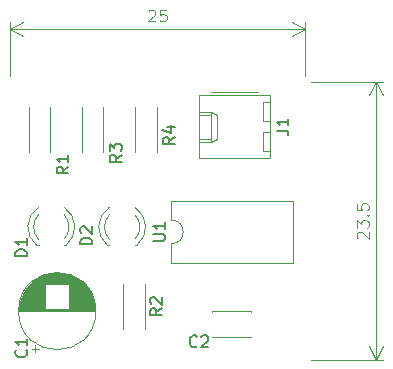
<source format=gbr>
%TF.GenerationSoftware,KiCad,Pcbnew,9.0.0*%
%TF.CreationDate,2025-09-29T15:59:41+03:00*%
%TF.ProjectId,cakar,63616b61-722e-46b6-9963-61645f706362,rev?*%
%TF.SameCoordinates,Original*%
%TF.FileFunction,Legend,Top*%
%TF.FilePolarity,Positive*%
%FSLAX46Y46*%
G04 Gerber Fmt 4.6, Leading zero omitted, Abs format (unit mm)*
G04 Created by KiCad (PCBNEW 9.0.0) date 2025-09-29 15:59:41*
%MOMM*%
%LPD*%
G01*
G04 APERTURE LIST*
%ADD10C,0.100000*%
%ADD11C,0.150000*%
%ADD12C,0.120000*%
G04 APERTURE END LIST*
D10*
X138738095Y-80952657D02*
X138785714Y-80905038D01*
X138785714Y-80905038D02*
X138880952Y-80857419D01*
X138880952Y-80857419D02*
X139119047Y-80857419D01*
X139119047Y-80857419D02*
X139214285Y-80905038D01*
X139214285Y-80905038D02*
X139261904Y-80952657D01*
X139261904Y-80952657D02*
X139309523Y-81047895D01*
X139309523Y-81047895D02*
X139309523Y-81143133D01*
X139309523Y-81143133D02*
X139261904Y-81285990D01*
X139261904Y-81285990D02*
X138690476Y-81857419D01*
X138690476Y-81857419D02*
X139309523Y-81857419D01*
X140214285Y-80857419D02*
X139738095Y-80857419D01*
X139738095Y-80857419D02*
X139690476Y-81333609D01*
X139690476Y-81333609D02*
X139738095Y-81285990D01*
X139738095Y-81285990D02*
X139833333Y-81238371D01*
X139833333Y-81238371D02*
X140071428Y-81238371D01*
X140071428Y-81238371D02*
X140166666Y-81285990D01*
X140166666Y-81285990D02*
X140214285Y-81333609D01*
X140214285Y-81333609D02*
X140261904Y-81428847D01*
X140261904Y-81428847D02*
X140261904Y-81666942D01*
X140261904Y-81666942D02*
X140214285Y-81762180D01*
X140214285Y-81762180D02*
X140166666Y-81809800D01*
X140166666Y-81809800D02*
X140071428Y-81857419D01*
X140071428Y-81857419D02*
X139833333Y-81857419D01*
X139833333Y-81857419D02*
X139738095Y-81809800D01*
X139738095Y-81809800D02*
X139690476Y-81762180D01*
X127000000Y-86500000D02*
X127000000Y-81913580D01*
X152000000Y-81913580D02*
X152000000Y-86500000D01*
X127000000Y-82500000D02*
X152000000Y-82500000D01*
X127000000Y-82500000D02*
X152000000Y-82500000D01*
X127000000Y-82500000D02*
X128126504Y-81913579D01*
X127000000Y-82500000D02*
X128126504Y-83086421D01*
X152000000Y-82500000D02*
X150873496Y-83086421D01*
X152000000Y-82500000D02*
X150873496Y-81913579D01*
X127000000Y-82500000D02*
X152000000Y-82500000D01*
X127000000Y-82500000D02*
X152000000Y-82500000D01*
X127000000Y-82500000D02*
X128126504Y-81913579D01*
X127000000Y-82500000D02*
X128126504Y-83086421D01*
X152000000Y-82500000D02*
X150873496Y-83086421D01*
X152000000Y-82500000D02*
X150873496Y-81913579D01*
X156452657Y-100226189D02*
X156405038Y-100178570D01*
X156405038Y-100178570D02*
X156357419Y-100083332D01*
X156357419Y-100083332D02*
X156357419Y-99845237D01*
X156357419Y-99845237D02*
X156405038Y-99749999D01*
X156405038Y-99749999D02*
X156452657Y-99702380D01*
X156452657Y-99702380D02*
X156547895Y-99654761D01*
X156547895Y-99654761D02*
X156643133Y-99654761D01*
X156643133Y-99654761D02*
X156785990Y-99702380D01*
X156785990Y-99702380D02*
X157357419Y-100273808D01*
X157357419Y-100273808D02*
X157357419Y-99654761D01*
X156357419Y-99321427D02*
X156357419Y-98702380D01*
X156357419Y-98702380D02*
X156738371Y-99035713D01*
X156738371Y-99035713D02*
X156738371Y-98892856D01*
X156738371Y-98892856D02*
X156785990Y-98797618D01*
X156785990Y-98797618D02*
X156833609Y-98749999D01*
X156833609Y-98749999D02*
X156928847Y-98702380D01*
X156928847Y-98702380D02*
X157166942Y-98702380D01*
X157166942Y-98702380D02*
X157262180Y-98749999D01*
X157262180Y-98749999D02*
X157309800Y-98797618D01*
X157309800Y-98797618D02*
X157357419Y-98892856D01*
X157357419Y-98892856D02*
X157357419Y-99178570D01*
X157357419Y-99178570D02*
X157309800Y-99273808D01*
X157309800Y-99273808D02*
X157262180Y-99321427D01*
X157262180Y-98273808D02*
X157309800Y-98226189D01*
X157309800Y-98226189D02*
X157357419Y-98273808D01*
X157357419Y-98273808D02*
X157309800Y-98321427D01*
X157309800Y-98321427D02*
X157262180Y-98273808D01*
X157262180Y-98273808D02*
X157357419Y-98273808D01*
X156357419Y-97321428D02*
X156357419Y-97797618D01*
X156357419Y-97797618D02*
X156833609Y-97845237D01*
X156833609Y-97845237D02*
X156785990Y-97797618D01*
X156785990Y-97797618D02*
X156738371Y-97702380D01*
X156738371Y-97702380D02*
X156738371Y-97464285D01*
X156738371Y-97464285D02*
X156785990Y-97369047D01*
X156785990Y-97369047D02*
X156833609Y-97321428D01*
X156833609Y-97321428D02*
X156928847Y-97273809D01*
X156928847Y-97273809D02*
X157166942Y-97273809D01*
X157166942Y-97273809D02*
X157262180Y-97321428D01*
X157262180Y-97321428D02*
X157309800Y-97369047D01*
X157309800Y-97369047D02*
X157357419Y-97464285D01*
X157357419Y-97464285D02*
X157357419Y-97702380D01*
X157357419Y-97702380D02*
X157309800Y-97797618D01*
X157309800Y-97797618D02*
X157262180Y-97845237D01*
X152500000Y-87000000D02*
X158586420Y-87000000D01*
X158586420Y-110500000D02*
X152500000Y-110500000D01*
X158000000Y-87000000D02*
X158000000Y-110500000D01*
X158000000Y-87000000D02*
X158000000Y-110500000D01*
X158000000Y-87000000D02*
X158586421Y-88126504D01*
X158000000Y-87000000D02*
X157413579Y-88126504D01*
X158000000Y-110500000D02*
X157413579Y-109373496D01*
X158000000Y-110500000D02*
X158586421Y-109373496D01*
X158000000Y-87000000D02*
X158000000Y-110500000D01*
X158000000Y-87000000D02*
X158000000Y-110500000D01*
X158000000Y-87000000D02*
X158586421Y-88126504D01*
X158000000Y-87000000D02*
X157413579Y-88126504D01*
X158000000Y-110500000D02*
X157413579Y-109373496D01*
X158000000Y-110500000D02*
X158586421Y-109373496D01*
D11*
X128359580Y-109666666D02*
X128407200Y-109714285D01*
X128407200Y-109714285D02*
X128454819Y-109857142D01*
X128454819Y-109857142D02*
X128454819Y-109952380D01*
X128454819Y-109952380D02*
X128407200Y-110095237D01*
X128407200Y-110095237D02*
X128311961Y-110190475D01*
X128311961Y-110190475D02*
X128216723Y-110238094D01*
X128216723Y-110238094D02*
X128026247Y-110285713D01*
X128026247Y-110285713D02*
X127883390Y-110285713D01*
X127883390Y-110285713D02*
X127692914Y-110238094D01*
X127692914Y-110238094D02*
X127597676Y-110190475D01*
X127597676Y-110190475D02*
X127502438Y-110095237D01*
X127502438Y-110095237D02*
X127454819Y-109952380D01*
X127454819Y-109952380D02*
X127454819Y-109857142D01*
X127454819Y-109857142D02*
X127502438Y-109714285D01*
X127502438Y-109714285D02*
X127550057Y-109666666D01*
X128454819Y-108714285D02*
X128454819Y-109285713D01*
X128454819Y-108999999D02*
X127454819Y-108999999D01*
X127454819Y-108999999D02*
X127597676Y-109095237D01*
X127597676Y-109095237D02*
X127692914Y-109190475D01*
X127692914Y-109190475D02*
X127740533Y-109285713D01*
X133954819Y-100738094D02*
X132954819Y-100738094D01*
X132954819Y-100738094D02*
X132954819Y-100499999D01*
X132954819Y-100499999D02*
X133002438Y-100357142D01*
X133002438Y-100357142D02*
X133097676Y-100261904D01*
X133097676Y-100261904D02*
X133192914Y-100214285D01*
X133192914Y-100214285D02*
X133383390Y-100166666D01*
X133383390Y-100166666D02*
X133526247Y-100166666D01*
X133526247Y-100166666D02*
X133716723Y-100214285D01*
X133716723Y-100214285D02*
X133811961Y-100261904D01*
X133811961Y-100261904D02*
X133907200Y-100357142D01*
X133907200Y-100357142D02*
X133954819Y-100499999D01*
X133954819Y-100499999D02*
X133954819Y-100738094D01*
X133050057Y-99785713D02*
X133002438Y-99738094D01*
X133002438Y-99738094D02*
X132954819Y-99642856D01*
X132954819Y-99642856D02*
X132954819Y-99404761D01*
X132954819Y-99404761D02*
X133002438Y-99309523D01*
X133002438Y-99309523D02*
X133050057Y-99261904D01*
X133050057Y-99261904D02*
X133145295Y-99214285D01*
X133145295Y-99214285D02*
X133240533Y-99214285D01*
X133240533Y-99214285D02*
X133383390Y-99261904D01*
X133383390Y-99261904D02*
X133954819Y-99833332D01*
X133954819Y-99833332D02*
X133954819Y-99214285D01*
X139874819Y-106166666D02*
X139398628Y-106499999D01*
X139874819Y-106738094D02*
X138874819Y-106738094D01*
X138874819Y-106738094D02*
X138874819Y-106357142D01*
X138874819Y-106357142D02*
X138922438Y-106261904D01*
X138922438Y-106261904D02*
X138970057Y-106214285D01*
X138970057Y-106214285D02*
X139065295Y-106166666D01*
X139065295Y-106166666D02*
X139208152Y-106166666D01*
X139208152Y-106166666D02*
X139303390Y-106214285D01*
X139303390Y-106214285D02*
X139351009Y-106261904D01*
X139351009Y-106261904D02*
X139398628Y-106357142D01*
X139398628Y-106357142D02*
X139398628Y-106738094D01*
X138970057Y-105785713D02*
X138922438Y-105738094D01*
X138922438Y-105738094D02*
X138874819Y-105642856D01*
X138874819Y-105642856D02*
X138874819Y-105404761D01*
X138874819Y-105404761D02*
X138922438Y-105309523D01*
X138922438Y-105309523D02*
X138970057Y-105261904D01*
X138970057Y-105261904D02*
X139065295Y-105214285D01*
X139065295Y-105214285D02*
X139160533Y-105214285D01*
X139160533Y-105214285D02*
X139303390Y-105261904D01*
X139303390Y-105261904D02*
X139874819Y-105833332D01*
X139874819Y-105833332D02*
X139874819Y-105214285D01*
X131954819Y-94166666D02*
X131478628Y-94499999D01*
X131954819Y-94738094D02*
X130954819Y-94738094D01*
X130954819Y-94738094D02*
X130954819Y-94357142D01*
X130954819Y-94357142D02*
X131002438Y-94261904D01*
X131002438Y-94261904D02*
X131050057Y-94214285D01*
X131050057Y-94214285D02*
X131145295Y-94166666D01*
X131145295Y-94166666D02*
X131288152Y-94166666D01*
X131288152Y-94166666D02*
X131383390Y-94214285D01*
X131383390Y-94214285D02*
X131431009Y-94261904D01*
X131431009Y-94261904D02*
X131478628Y-94357142D01*
X131478628Y-94357142D02*
X131478628Y-94738094D01*
X131954819Y-93214285D02*
X131954819Y-93785713D01*
X131954819Y-93499999D02*
X130954819Y-93499999D01*
X130954819Y-93499999D02*
X131097676Y-93595237D01*
X131097676Y-93595237D02*
X131192914Y-93690475D01*
X131192914Y-93690475D02*
X131240533Y-93785713D01*
X139124819Y-100451904D02*
X139934342Y-100451904D01*
X139934342Y-100451904D02*
X140029580Y-100404285D01*
X140029580Y-100404285D02*
X140077200Y-100356666D01*
X140077200Y-100356666D02*
X140124819Y-100261428D01*
X140124819Y-100261428D02*
X140124819Y-100070952D01*
X140124819Y-100070952D02*
X140077200Y-99975714D01*
X140077200Y-99975714D02*
X140029580Y-99928095D01*
X140029580Y-99928095D02*
X139934342Y-99880476D01*
X139934342Y-99880476D02*
X139124819Y-99880476D01*
X140124819Y-98880476D02*
X140124819Y-99451904D01*
X140124819Y-99166190D02*
X139124819Y-99166190D01*
X139124819Y-99166190D02*
X139267676Y-99261428D01*
X139267676Y-99261428D02*
X139362914Y-99356666D01*
X139362914Y-99356666D02*
X139410533Y-99451904D01*
X142833333Y-109359580D02*
X142785714Y-109407200D01*
X142785714Y-109407200D02*
X142642857Y-109454819D01*
X142642857Y-109454819D02*
X142547619Y-109454819D01*
X142547619Y-109454819D02*
X142404762Y-109407200D01*
X142404762Y-109407200D02*
X142309524Y-109311961D01*
X142309524Y-109311961D02*
X142261905Y-109216723D01*
X142261905Y-109216723D02*
X142214286Y-109026247D01*
X142214286Y-109026247D02*
X142214286Y-108883390D01*
X142214286Y-108883390D02*
X142261905Y-108692914D01*
X142261905Y-108692914D02*
X142309524Y-108597676D01*
X142309524Y-108597676D02*
X142404762Y-108502438D01*
X142404762Y-108502438D02*
X142547619Y-108454819D01*
X142547619Y-108454819D02*
X142642857Y-108454819D01*
X142642857Y-108454819D02*
X142785714Y-108502438D01*
X142785714Y-108502438D02*
X142833333Y-108550057D01*
X143214286Y-108550057D02*
X143261905Y-108502438D01*
X143261905Y-108502438D02*
X143357143Y-108454819D01*
X143357143Y-108454819D02*
X143595238Y-108454819D01*
X143595238Y-108454819D02*
X143690476Y-108502438D01*
X143690476Y-108502438D02*
X143738095Y-108550057D01*
X143738095Y-108550057D02*
X143785714Y-108645295D01*
X143785714Y-108645295D02*
X143785714Y-108740533D01*
X143785714Y-108740533D02*
X143738095Y-108883390D01*
X143738095Y-108883390D02*
X143166667Y-109454819D01*
X143166667Y-109454819D02*
X143785714Y-109454819D01*
X128454819Y-101738094D02*
X127454819Y-101738094D01*
X127454819Y-101738094D02*
X127454819Y-101499999D01*
X127454819Y-101499999D02*
X127502438Y-101357142D01*
X127502438Y-101357142D02*
X127597676Y-101261904D01*
X127597676Y-101261904D02*
X127692914Y-101214285D01*
X127692914Y-101214285D02*
X127883390Y-101166666D01*
X127883390Y-101166666D02*
X128026247Y-101166666D01*
X128026247Y-101166666D02*
X128216723Y-101214285D01*
X128216723Y-101214285D02*
X128311961Y-101261904D01*
X128311961Y-101261904D02*
X128407200Y-101357142D01*
X128407200Y-101357142D02*
X128454819Y-101499999D01*
X128454819Y-101499999D02*
X128454819Y-101738094D01*
X128454819Y-100214285D02*
X128454819Y-100785713D01*
X128454819Y-100499999D02*
X127454819Y-100499999D01*
X127454819Y-100499999D02*
X127597676Y-100595237D01*
X127597676Y-100595237D02*
X127692914Y-100690475D01*
X127692914Y-100690475D02*
X127740533Y-100785713D01*
X136454819Y-93166666D02*
X135978628Y-93499999D01*
X136454819Y-93738094D02*
X135454819Y-93738094D01*
X135454819Y-93738094D02*
X135454819Y-93357142D01*
X135454819Y-93357142D02*
X135502438Y-93261904D01*
X135502438Y-93261904D02*
X135550057Y-93214285D01*
X135550057Y-93214285D02*
X135645295Y-93166666D01*
X135645295Y-93166666D02*
X135788152Y-93166666D01*
X135788152Y-93166666D02*
X135883390Y-93214285D01*
X135883390Y-93214285D02*
X135931009Y-93261904D01*
X135931009Y-93261904D02*
X135978628Y-93357142D01*
X135978628Y-93357142D02*
X135978628Y-93738094D01*
X135454819Y-92833332D02*
X135454819Y-92214285D01*
X135454819Y-92214285D02*
X135835771Y-92547618D01*
X135835771Y-92547618D02*
X135835771Y-92404761D01*
X135835771Y-92404761D02*
X135883390Y-92309523D01*
X135883390Y-92309523D02*
X135931009Y-92261904D01*
X135931009Y-92261904D02*
X136026247Y-92214285D01*
X136026247Y-92214285D02*
X136264342Y-92214285D01*
X136264342Y-92214285D02*
X136359580Y-92261904D01*
X136359580Y-92261904D02*
X136407200Y-92309523D01*
X136407200Y-92309523D02*
X136454819Y-92404761D01*
X136454819Y-92404761D02*
X136454819Y-92690475D01*
X136454819Y-92690475D02*
X136407200Y-92785713D01*
X136407200Y-92785713D02*
X136359580Y-92833332D01*
X149574819Y-91103333D02*
X150289104Y-91103333D01*
X150289104Y-91103333D02*
X150431961Y-91150952D01*
X150431961Y-91150952D02*
X150527200Y-91246190D01*
X150527200Y-91246190D02*
X150574819Y-91389047D01*
X150574819Y-91389047D02*
X150574819Y-91484285D01*
X150574819Y-90103333D02*
X150574819Y-90674761D01*
X150574819Y-90389047D02*
X149574819Y-90389047D01*
X149574819Y-90389047D02*
X149717676Y-90484285D01*
X149717676Y-90484285D02*
X149812914Y-90579523D01*
X149812914Y-90579523D02*
X149860533Y-90674761D01*
X140954819Y-91666666D02*
X140478628Y-91999999D01*
X140954819Y-92238094D02*
X139954819Y-92238094D01*
X139954819Y-92238094D02*
X139954819Y-91857142D01*
X139954819Y-91857142D02*
X140002438Y-91761904D01*
X140002438Y-91761904D02*
X140050057Y-91714285D01*
X140050057Y-91714285D02*
X140145295Y-91666666D01*
X140145295Y-91666666D02*
X140288152Y-91666666D01*
X140288152Y-91666666D02*
X140383390Y-91714285D01*
X140383390Y-91714285D02*
X140431009Y-91761904D01*
X140431009Y-91761904D02*
X140478628Y-91857142D01*
X140478628Y-91857142D02*
X140478628Y-92238094D01*
X140288152Y-90809523D02*
X140954819Y-90809523D01*
X139907200Y-91047618D02*
X140621485Y-91285713D01*
X140621485Y-91285713D02*
X140621485Y-90666666D01*
D12*
%TO.C,C1*%
X127770000Y-106312380D02*
X134230000Y-106312380D01*
X127770000Y-106352380D02*
X134230000Y-106352380D01*
X127770000Y-106392380D02*
X134230000Y-106392380D01*
X127772000Y-106272380D02*
X134228000Y-106272380D01*
X127773000Y-106232380D02*
X134227000Y-106232380D01*
X127776000Y-106192380D02*
X134224000Y-106192380D01*
X127778000Y-106152380D02*
X129960000Y-106152380D01*
X127782000Y-106112380D02*
X129960000Y-106112380D01*
X127785000Y-106072380D02*
X129960000Y-106072380D01*
X127789000Y-106032380D02*
X129960000Y-106032380D01*
X127794000Y-105992380D02*
X129960000Y-105992380D01*
X127799000Y-105952380D02*
X129960000Y-105952380D01*
X127805000Y-105912380D02*
X129960000Y-105912380D01*
X127811000Y-105872380D02*
X129960000Y-105872380D01*
X127818000Y-105832380D02*
X129960000Y-105832380D01*
X127825000Y-105792380D02*
X129960000Y-105792380D01*
X127833000Y-105752380D02*
X129960000Y-105752380D01*
X127841000Y-105712380D02*
X129960000Y-105712380D01*
X127850000Y-105671380D02*
X129960000Y-105671380D01*
X127859000Y-105631380D02*
X129960000Y-105631380D01*
X127869000Y-105591380D02*
X129960000Y-105591380D01*
X127879000Y-105551380D02*
X129960000Y-105551380D01*
X127890000Y-105511380D02*
X129960000Y-105511380D01*
X127902000Y-105471380D02*
X129960000Y-105471380D01*
X127914000Y-105431380D02*
X129960000Y-105431380D01*
X127926000Y-105391380D02*
X129960000Y-105391380D01*
X127939000Y-105351380D02*
X129960000Y-105351380D01*
X127953000Y-105311380D02*
X129960000Y-105311380D01*
X127967000Y-105271380D02*
X129960000Y-105271380D01*
X127982000Y-105231380D02*
X129960000Y-105231380D01*
X127998000Y-105191380D02*
X129960000Y-105191380D01*
X128014000Y-105151380D02*
X129960000Y-105151380D01*
X128030000Y-105111380D02*
X129960000Y-105111380D01*
X128048000Y-105071380D02*
X129960000Y-105071380D01*
X128066000Y-105031380D02*
X129960000Y-105031380D01*
X128084000Y-104991380D02*
X129960000Y-104991380D01*
X128104000Y-104951380D02*
X129960000Y-104951380D01*
X128124000Y-104911380D02*
X129960000Y-104911380D01*
X128144000Y-104871380D02*
X129960000Y-104871380D01*
X128166000Y-104831380D02*
X129960000Y-104831380D01*
X128188000Y-104791380D02*
X129960000Y-104791380D01*
X128210000Y-104751380D02*
X129960000Y-104751380D01*
X128234000Y-104711380D02*
X129960000Y-104711380D01*
X128258000Y-104671380D02*
X129960000Y-104671380D01*
X128284000Y-104631380D02*
X129960000Y-104631380D01*
X128310000Y-104591380D02*
X129960000Y-104591380D01*
X128336000Y-104551380D02*
X129960000Y-104551380D01*
X128364000Y-104511380D02*
X129960000Y-104511380D01*
X128393000Y-104471380D02*
X129960000Y-104471380D01*
X128422000Y-104431380D02*
X129960000Y-104431380D01*
X128452000Y-104391380D02*
X129960000Y-104391380D01*
X128484000Y-104351380D02*
X129960000Y-104351380D01*
X128516000Y-104311380D02*
X129960000Y-104311380D01*
X128550000Y-104271380D02*
X129960000Y-104271380D01*
X128584000Y-104231380D02*
X129960000Y-104231380D01*
X128620000Y-104191380D02*
X129960000Y-104191380D01*
X128657000Y-104151380D02*
X129960000Y-104151380D01*
X128695000Y-104111380D02*
X129960000Y-104111380D01*
X128735000Y-104071380D02*
X133265000Y-104071380D01*
X128776000Y-104031380D02*
X133224000Y-104031380D01*
X128818000Y-103991380D02*
X133182000Y-103991380D01*
X128846000Y-109577621D02*
X129476000Y-109577621D01*
X128863000Y-103951380D02*
X133137000Y-103951380D01*
X128908000Y-103911380D02*
X133092000Y-103911380D01*
X128956000Y-103871380D02*
X133044000Y-103871380D01*
X129005000Y-103831380D02*
X132995000Y-103831380D01*
X129056000Y-103791380D02*
X132944000Y-103791380D01*
X129110000Y-103751380D02*
X132890000Y-103751380D01*
X129161000Y-109892621D02*
X129161000Y-109262621D01*
X129166000Y-103711380D02*
X132834000Y-103711380D01*
X129224000Y-103671380D02*
X132776000Y-103671380D01*
X129286000Y-103631380D02*
X132714000Y-103631380D01*
X129350000Y-103591380D02*
X132650000Y-103591380D01*
X129419000Y-103551380D02*
X132581000Y-103551380D01*
X129491000Y-103511380D02*
X132509000Y-103511380D01*
X129568000Y-103471380D02*
X132432000Y-103471380D01*
X129650000Y-103431380D02*
X132350000Y-103431380D01*
X129738000Y-103391380D02*
X132262000Y-103391380D01*
X129835000Y-103351380D02*
X132165000Y-103351380D01*
X129941000Y-103311380D02*
X132059000Y-103311380D01*
X130060000Y-103271380D02*
X131940000Y-103271380D01*
X130198000Y-103231380D02*
X131802000Y-103231380D01*
X130367000Y-103191380D02*
X131633000Y-103191380D01*
X130598000Y-103151380D02*
X131402000Y-103151380D01*
X132040000Y-104111380D02*
X133305000Y-104111380D01*
X132040000Y-104151380D02*
X133343000Y-104151380D01*
X132040000Y-104191380D02*
X133380000Y-104191380D01*
X132040000Y-104231380D02*
X133416000Y-104231380D01*
X132040000Y-104271380D02*
X133450000Y-104271380D01*
X132040000Y-104311380D02*
X133484000Y-104311380D01*
X132040000Y-104351380D02*
X133516000Y-104351380D01*
X132040000Y-104391380D02*
X133548000Y-104391380D01*
X132040000Y-104431380D02*
X133578000Y-104431380D01*
X132040000Y-104471380D02*
X133607000Y-104471380D01*
X132040000Y-104511380D02*
X133636000Y-104511380D01*
X132040000Y-104551380D02*
X133664000Y-104551380D01*
X132040000Y-104591380D02*
X133690000Y-104591380D01*
X132040000Y-104631380D02*
X133716000Y-104631380D01*
X132040000Y-104671380D02*
X133742000Y-104671380D01*
X132040000Y-104711380D02*
X133766000Y-104711380D01*
X132040000Y-104751380D02*
X133790000Y-104751380D01*
X132040000Y-104791380D02*
X133812000Y-104791380D01*
X132040000Y-104831380D02*
X133834000Y-104831380D01*
X132040000Y-104871380D02*
X133856000Y-104871380D01*
X132040000Y-104911380D02*
X133876000Y-104911380D01*
X132040000Y-104951380D02*
X133896000Y-104951380D01*
X132040000Y-104991380D02*
X133916000Y-104991380D01*
X132040000Y-105031380D02*
X133934000Y-105031380D01*
X132040000Y-105071380D02*
X133952000Y-105071380D01*
X132040000Y-105111380D02*
X133970000Y-105111380D01*
X132040000Y-105151380D02*
X133986000Y-105151380D01*
X132040000Y-105191380D02*
X134002000Y-105191380D01*
X132040000Y-105231380D02*
X134018000Y-105231380D01*
X132040000Y-105271380D02*
X134033000Y-105271380D01*
X132040000Y-105311380D02*
X134047000Y-105311380D01*
X132040000Y-105351380D02*
X134061000Y-105351380D01*
X132040000Y-105391380D02*
X134074000Y-105391380D01*
X132040000Y-105431380D02*
X134086000Y-105431380D01*
X132040000Y-105471380D02*
X134098000Y-105471380D01*
X132040000Y-105511380D02*
X134110000Y-105511380D01*
X132040000Y-105551380D02*
X134121000Y-105551380D01*
X132040000Y-105591380D02*
X134131000Y-105591380D01*
X132040000Y-105631380D02*
X134141000Y-105631380D01*
X132040000Y-105671380D02*
X134150000Y-105671380D01*
X132040000Y-105712380D02*
X134159000Y-105712380D01*
X132040000Y-105752380D02*
X134167000Y-105752380D01*
X132040000Y-105792380D02*
X134175000Y-105792380D01*
X132040000Y-105832380D02*
X134182000Y-105832380D01*
X132040000Y-105872380D02*
X134189000Y-105872380D01*
X132040000Y-105912380D02*
X134195000Y-105912380D01*
X132040000Y-105952380D02*
X134201000Y-105952380D01*
X132040000Y-105992380D02*
X134206000Y-105992380D01*
X132040000Y-106032380D02*
X134211000Y-106032380D01*
X132040000Y-106072380D02*
X134215000Y-106072380D01*
X132040000Y-106112380D02*
X134218000Y-106112380D01*
X132040000Y-106152380D02*
X134222000Y-106152380D01*
X134270000Y-106392380D02*
G75*
G02*
X127730000Y-106392380I-3270000J0D01*
G01*
X127730000Y-106392380D02*
G75*
G02*
X134270000Y-106392380I3270000J0D01*
G01*
%TO.C,D2*%
X135264000Y-100830000D02*
X135420000Y-100830000D01*
X137580000Y-100830000D02*
X137736000Y-100830000D01*
X135264484Y-100830000D02*
G75*
G02*
X135419939Y-97598603I1235516J1560000D01*
G01*
X135420000Y-100310961D02*
G75*
G02*
X135419951Y-98229090I1080000J1040961D01*
G01*
X137580049Y-98229090D02*
G75*
G02*
X137580000Y-100310961I-1080049J-1040910D01*
G01*
X137580061Y-97598603D02*
G75*
G02*
X137735516Y-100830000I-1080061J-1671397D01*
G01*
%TO.C,R2*%
X136580000Y-104080000D02*
X136580000Y-107920000D01*
X138420000Y-104080000D02*
X138420000Y-107920000D01*
%TO.C,R1*%
X128580000Y-89080000D02*
X128580000Y-92920000D01*
X130420000Y-89080000D02*
X130420000Y-92920000D01*
%TO.C,U1*%
X140670000Y-97040000D02*
X140670000Y-98690000D01*
X140670000Y-100690000D02*
X140670000Y-102340000D01*
X140670000Y-102340000D02*
X150950000Y-102340000D01*
X150950000Y-97040000D02*
X140670000Y-97040000D01*
X150950000Y-102340000D02*
X150950000Y-97040000D01*
X140670000Y-98690000D02*
G75*
G02*
X140670000Y-100690000I0J-1000000D01*
G01*
%TO.C,C2*%
X144130000Y-106445000D02*
X144130000Y-106380000D01*
X144130000Y-108620000D02*
X144130000Y-108555000D01*
X147370000Y-106380000D02*
X144130000Y-106380000D01*
X147370000Y-106445000D02*
X147370000Y-106380000D01*
X147370000Y-108620000D02*
X144130000Y-108620000D01*
X147370000Y-108620000D02*
X147370000Y-108555000D01*
%TO.C,D1*%
X129264000Y-100830000D02*
X129420000Y-100830000D01*
X131580000Y-100830000D02*
X131736000Y-100830000D01*
X129264484Y-100830000D02*
G75*
G02*
X129419939Y-97598603I1235516J1560000D01*
G01*
X129420000Y-100310961D02*
G75*
G02*
X129419951Y-98229090I1080000J1040961D01*
G01*
X131580049Y-98229090D02*
G75*
G02*
X131580000Y-100310961I-1080049J-1040910D01*
G01*
X131580061Y-97598603D02*
G75*
G02*
X131735516Y-100830000I-1080061J-1671397D01*
G01*
%TO.C,R3*%
X133080000Y-92920000D02*
X133080000Y-89080000D01*
X134920000Y-92920000D02*
X134920000Y-89080000D01*
%TO.C,J1*%
X143010000Y-88120000D02*
X143010000Y-93420000D01*
X143010000Y-89500000D02*
X144010000Y-89500000D01*
X143010000Y-89750000D02*
X144010000Y-89750000D01*
X143010000Y-91790000D02*
X144010000Y-91790000D01*
X143010000Y-93420000D02*
X149030000Y-93420000D01*
X144010000Y-89500000D02*
X144010000Y-92040000D01*
X144010000Y-89500000D02*
X144540000Y-89750000D01*
X144010000Y-92040000D02*
X143010000Y-92040000D01*
X144540000Y-89750000D02*
X144540000Y-91790000D01*
X144540000Y-91790000D02*
X144010000Y-92040000D01*
X148000000Y-87830000D02*
X144000000Y-87830000D01*
X148430000Y-88700000D02*
X148430000Y-90300000D01*
X148430000Y-90300000D02*
X149030000Y-90300000D01*
X148430000Y-91240000D02*
X148430000Y-92840000D01*
X148430000Y-92840000D02*
X149030000Y-92840000D01*
X149030000Y-88120000D02*
X143010000Y-88120000D01*
X149030000Y-88700000D02*
X148430000Y-88700000D01*
X149030000Y-91240000D02*
X148430000Y-91240000D01*
X149030000Y-93420000D02*
X149030000Y-88120000D01*
%TO.C,R4*%
X137580000Y-92920000D02*
X137580000Y-89080000D01*
X139420000Y-92920000D02*
X139420000Y-89080000D01*
%TD*%
M02*

</source>
